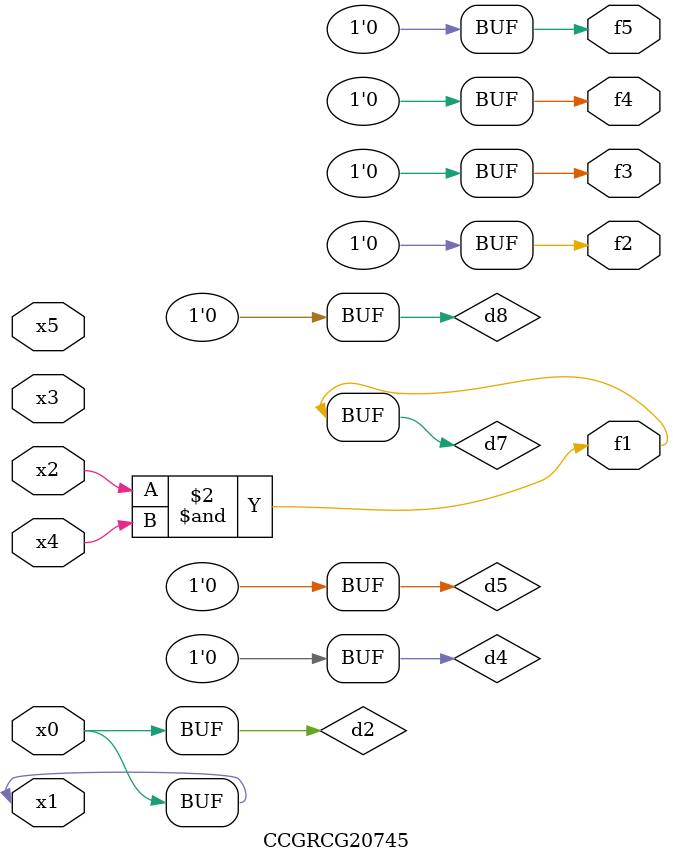
<source format=v>
module CCGRCG20745(
	input x0, x1, x2, x3, x4, x5,
	output f1, f2, f3, f4, f5
);

	wire d1, d2, d3, d4, d5, d6, d7, d8, d9;

	nand (d1, x1);
	buf (d2, x0, x1);
	nand (d3, x2, x4);
	and (d4, d1, d2);
	and (d5, d1, d2);
	nand (d6, d1, d3);
	not (d7, d3);
	xor (d8, d5);
	nor (d9, d5, d6);
	assign f1 = d7;
	assign f2 = d8;
	assign f3 = d8;
	assign f4 = d8;
	assign f5 = d8;
endmodule

</source>
